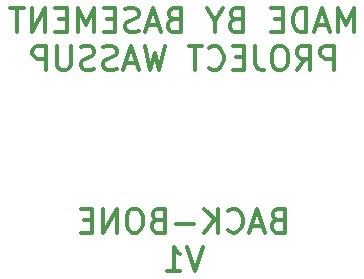
<source format=gbr>
%TF.GenerationSoftware,KiCad,Pcbnew,(6.0.9)*%
%TF.CreationDate,2022-11-26T13:39:16+01:00*%
%TF.ProjectId,backbone,6261636b-626f-46e6-952e-6b696361645f,rev?*%
%TF.SameCoordinates,Original*%
%TF.FileFunction,Legend,Bot*%
%TF.FilePolarity,Positive*%
%FSLAX46Y46*%
G04 Gerber Fmt 4.6, Leading zero omitted, Abs format (unit mm)*
G04 Created by KiCad (PCBNEW (6.0.9)) date 2022-11-26 13:39:16*
%MOMM*%
%LPD*%
G01*
G04 APERTURE LIST*
%ADD10C,0.300000*%
G04 APERTURE END LIST*
D10*
X166952380Y-101247142D02*
X166666666Y-101342380D01*
X166571428Y-101437619D01*
X166476190Y-101628095D01*
X166476190Y-101913809D01*
X166571428Y-102104285D01*
X166666666Y-102199523D01*
X166857142Y-102294761D01*
X167619047Y-102294761D01*
X167619047Y-100294761D01*
X166952380Y-100294761D01*
X166761904Y-100390000D01*
X166666666Y-100485238D01*
X166571428Y-100675714D01*
X166571428Y-100866190D01*
X166666666Y-101056666D01*
X166761904Y-101151904D01*
X166952380Y-101247142D01*
X167619047Y-101247142D01*
X165714285Y-101723333D02*
X164761904Y-101723333D01*
X165904761Y-102294761D02*
X165238095Y-100294761D01*
X164571428Y-102294761D01*
X162761904Y-102104285D02*
X162857142Y-102199523D01*
X163142857Y-102294761D01*
X163333333Y-102294761D01*
X163619047Y-102199523D01*
X163809523Y-102009047D01*
X163904761Y-101818571D01*
X164000000Y-101437619D01*
X164000000Y-101151904D01*
X163904761Y-100770952D01*
X163809523Y-100580476D01*
X163619047Y-100390000D01*
X163333333Y-100294761D01*
X163142857Y-100294761D01*
X162857142Y-100390000D01*
X162761904Y-100485238D01*
X161904761Y-102294761D02*
X161904761Y-100294761D01*
X160761904Y-102294761D02*
X161619047Y-101151904D01*
X160761904Y-100294761D02*
X161904761Y-101437619D01*
X159904761Y-101532857D02*
X158380952Y-101532857D01*
X156761904Y-101247142D02*
X156476190Y-101342380D01*
X156380952Y-101437619D01*
X156285714Y-101628095D01*
X156285714Y-101913809D01*
X156380952Y-102104285D01*
X156476190Y-102199523D01*
X156666666Y-102294761D01*
X157428571Y-102294761D01*
X157428571Y-100294761D01*
X156761904Y-100294761D01*
X156571428Y-100390000D01*
X156476190Y-100485238D01*
X156380952Y-100675714D01*
X156380952Y-100866190D01*
X156476190Y-101056666D01*
X156571428Y-101151904D01*
X156761904Y-101247142D01*
X157428571Y-101247142D01*
X155047619Y-100294761D02*
X154666666Y-100294761D01*
X154476190Y-100390000D01*
X154285714Y-100580476D01*
X154190476Y-100961428D01*
X154190476Y-101628095D01*
X154285714Y-102009047D01*
X154476190Y-102199523D01*
X154666666Y-102294761D01*
X155047619Y-102294761D01*
X155238095Y-102199523D01*
X155428571Y-102009047D01*
X155523809Y-101628095D01*
X155523809Y-100961428D01*
X155428571Y-100580476D01*
X155238095Y-100390000D01*
X155047619Y-100294761D01*
X153333333Y-102294761D02*
X153333333Y-100294761D01*
X152190476Y-102294761D01*
X152190476Y-100294761D01*
X151238095Y-101247142D02*
X150571428Y-101247142D01*
X150285714Y-102294761D02*
X151238095Y-102294761D01*
X151238095Y-100294761D01*
X150285714Y-100294761D01*
X160619047Y-103514761D02*
X159952380Y-105514761D01*
X159285714Y-103514761D01*
X157571428Y-105514761D02*
X158714285Y-105514761D01*
X158142857Y-105514761D02*
X158142857Y-103514761D01*
X158333333Y-103800476D01*
X158523809Y-103990952D01*
X158714285Y-104086190D01*
X173380952Y-85294761D02*
X173380952Y-83294761D01*
X172714285Y-84723333D01*
X172047619Y-83294761D01*
X172047619Y-85294761D01*
X171190476Y-84723333D02*
X170238095Y-84723333D01*
X171380952Y-85294761D02*
X170714285Y-83294761D01*
X170047619Y-85294761D01*
X169380952Y-85294761D02*
X169380952Y-83294761D01*
X168904761Y-83294761D01*
X168619047Y-83390000D01*
X168428571Y-83580476D01*
X168333333Y-83770952D01*
X168238095Y-84151904D01*
X168238095Y-84437619D01*
X168333333Y-84818571D01*
X168428571Y-85009047D01*
X168619047Y-85199523D01*
X168904761Y-85294761D01*
X169380952Y-85294761D01*
X167380952Y-84247142D02*
X166714285Y-84247142D01*
X166428571Y-85294761D02*
X167380952Y-85294761D01*
X167380952Y-83294761D01*
X166428571Y-83294761D01*
X163380952Y-84247142D02*
X163095238Y-84342380D01*
X163000000Y-84437619D01*
X162904761Y-84628095D01*
X162904761Y-84913809D01*
X163000000Y-85104285D01*
X163095238Y-85199523D01*
X163285714Y-85294761D01*
X164047619Y-85294761D01*
X164047619Y-83294761D01*
X163380952Y-83294761D01*
X163190476Y-83390000D01*
X163095238Y-83485238D01*
X163000000Y-83675714D01*
X163000000Y-83866190D01*
X163095238Y-84056666D01*
X163190476Y-84151904D01*
X163380952Y-84247142D01*
X164047619Y-84247142D01*
X161666666Y-84342380D02*
X161666666Y-85294761D01*
X162333333Y-83294761D02*
X161666666Y-84342380D01*
X161000000Y-83294761D01*
X158142857Y-84247142D02*
X157857142Y-84342380D01*
X157761904Y-84437619D01*
X157666666Y-84628095D01*
X157666666Y-84913809D01*
X157761904Y-85104285D01*
X157857142Y-85199523D01*
X158047619Y-85294761D01*
X158809523Y-85294761D01*
X158809523Y-83294761D01*
X158142857Y-83294761D01*
X157952380Y-83390000D01*
X157857142Y-83485238D01*
X157761904Y-83675714D01*
X157761904Y-83866190D01*
X157857142Y-84056666D01*
X157952380Y-84151904D01*
X158142857Y-84247142D01*
X158809523Y-84247142D01*
X156904761Y-84723333D02*
X155952380Y-84723333D01*
X157095238Y-85294761D02*
X156428571Y-83294761D01*
X155761904Y-85294761D01*
X155190476Y-85199523D02*
X154904761Y-85294761D01*
X154428571Y-85294761D01*
X154238095Y-85199523D01*
X154142857Y-85104285D01*
X154047619Y-84913809D01*
X154047619Y-84723333D01*
X154142857Y-84532857D01*
X154238095Y-84437619D01*
X154428571Y-84342380D01*
X154809523Y-84247142D01*
X155000000Y-84151904D01*
X155095238Y-84056666D01*
X155190476Y-83866190D01*
X155190476Y-83675714D01*
X155095238Y-83485238D01*
X155000000Y-83390000D01*
X154809523Y-83294761D01*
X154333333Y-83294761D01*
X154047619Y-83390000D01*
X153190476Y-84247142D02*
X152523809Y-84247142D01*
X152238095Y-85294761D02*
X153190476Y-85294761D01*
X153190476Y-83294761D01*
X152238095Y-83294761D01*
X151380952Y-85294761D02*
X151380952Y-83294761D01*
X150714285Y-84723333D01*
X150047619Y-83294761D01*
X150047619Y-85294761D01*
X149095238Y-84247142D02*
X148428571Y-84247142D01*
X148142857Y-85294761D02*
X149095238Y-85294761D01*
X149095238Y-83294761D01*
X148142857Y-83294761D01*
X147285714Y-85294761D02*
X147285714Y-83294761D01*
X146142857Y-85294761D01*
X146142857Y-83294761D01*
X145476190Y-83294761D02*
X144333333Y-83294761D01*
X144904761Y-85294761D02*
X144904761Y-83294761D01*
X171714285Y-88514761D02*
X171714285Y-86514761D01*
X170952380Y-86514761D01*
X170761904Y-86610000D01*
X170666666Y-86705238D01*
X170571428Y-86895714D01*
X170571428Y-87181428D01*
X170666666Y-87371904D01*
X170761904Y-87467142D01*
X170952380Y-87562380D01*
X171714285Y-87562380D01*
X168571428Y-88514761D02*
X169238095Y-87562380D01*
X169714285Y-88514761D02*
X169714285Y-86514761D01*
X168952380Y-86514761D01*
X168761904Y-86610000D01*
X168666666Y-86705238D01*
X168571428Y-86895714D01*
X168571428Y-87181428D01*
X168666666Y-87371904D01*
X168761904Y-87467142D01*
X168952380Y-87562380D01*
X169714285Y-87562380D01*
X167333333Y-86514761D02*
X166952380Y-86514761D01*
X166761904Y-86610000D01*
X166571428Y-86800476D01*
X166476190Y-87181428D01*
X166476190Y-87848095D01*
X166571428Y-88229047D01*
X166761904Y-88419523D01*
X166952380Y-88514761D01*
X167333333Y-88514761D01*
X167523809Y-88419523D01*
X167714285Y-88229047D01*
X167809523Y-87848095D01*
X167809523Y-87181428D01*
X167714285Y-86800476D01*
X167523809Y-86610000D01*
X167333333Y-86514761D01*
X165047619Y-86514761D02*
X165047619Y-87943333D01*
X165142857Y-88229047D01*
X165333333Y-88419523D01*
X165619047Y-88514761D01*
X165809523Y-88514761D01*
X164095238Y-87467142D02*
X163428571Y-87467142D01*
X163142857Y-88514761D02*
X164095238Y-88514761D01*
X164095238Y-86514761D01*
X163142857Y-86514761D01*
X161142857Y-88324285D02*
X161238095Y-88419523D01*
X161523809Y-88514761D01*
X161714285Y-88514761D01*
X162000000Y-88419523D01*
X162190476Y-88229047D01*
X162285714Y-88038571D01*
X162380952Y-87657619D01*
X162380952Y-87371904D01*
X162285714Y-86990952D01*
X162190476Y-86800476D01*
X162000000Y-86610000D01*
X161714285Y-86514761D01*
X161523809Y-86514761D01*
X161238095Y-86610000D01*
X161142857Y-86705238D01*
X160571428Y-86514761D02*
X159428571Y-86514761D01*
X160000000Y-88514761D02*
X160000000Y-86514761D01*
X157428571Y-86514761D02*
X156952380Y-88514761D01*
X156571428Y-87086190D01*
X156190476Y-88514761D01*
X155714285Y-86514761D01*
X155047619Y-87943333D02*
X154095238Y-87943333D01*
X155238095Y-88514761D02*
X154571428Y-86514761D01*
X153904761Y-88514761D01*
X153333333Y-88419523D02*
X153047619Y-88514761D01*
X152571428Y-88514761D01*
X152380952Y-88419523D01*
X152285714Y-88324285D01*
X152190476Y-88133809D01*
X152190476Y-87943333D01*
X152285714Y-87752857D01*
X152380952Y-87657619D01*
X152571428Y-87562380D01*
X152952380Y-87467142D01*
X153142857Y-87371904D01*
X153238095Y-87276666D01*
X153333333Y-87086190D01*
X153333333Y-86895714D01*
X153238095Y-86705238D01*
X153142857Y-86610000D01*
X152952380Y-86514761D01*
X152476190Y-86514761D01*
X152190476Y-86610000D01*
X151428571Y-88419523D02*
X151142857Y-88514761D01*
X150666666Y-88514761D01*
X150476190Y-88419523D01*
X150380952Y-88324285D01*
X150285714Y-88133809D01*
X150285714Y-87943333D01*
X150380952Y-87752857D01*
X150476190Y-87657619D01*
X150666666Y-87562380D01*
X151047619Y-87467142D01*
X151238095Y-87371904D01*
X151333333Y-87276666D01*
X151428571Y-87086190D01*
X151428571Y-86895714D01*
X151333333Y-86705238D01*
X151238095Y-86610000D01*
X151047619Y-86514761D01*
X150571428Y-86514761D01*
X150285714Y-86610000D01*
X149428571Y-86514761D02*
X149428571Y-88133809D01*
X149333333Y-88324285D01*
X149238095Y-88419523D01*
X149047619Y-88514761D01*
X148666666Y-88514761D01*
X148476190Y-88419523D01*
X148380952Y-88324285D01*
X148285714Y-88133809D01*
X148285714Y-86514761D01*
X147333333Y-88514761D02*
X147333333Y-86514761D01*
X146571428Y-86514761D01*
X146380952Y-86610000D01*
X146285714Y-86705238D01*
X146190476Y-86895714D01*
X146190476Y-87181428D01*
X146285714Y-87371904D01*
X146380952Y-87467142D01*
X146571428Y-87562380D01*
X147333333Y-87562380D01*
M02*

</source>
